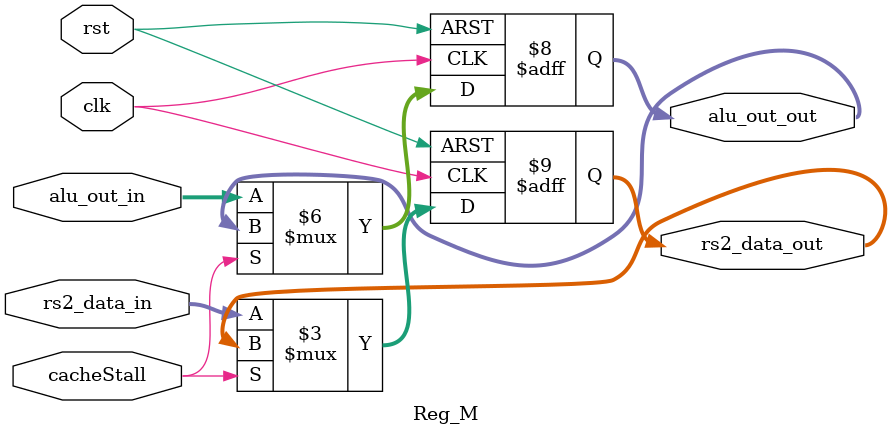
<source format=v>
module Reg_M(
input clk,
input rst,
input cacheStall,
input [31:0]alu_out_in,
input [31:0]rs2_data_in,
output reg [31:0]alu_out_out,
output reg [31:0]rs2_data_out

);

always@(posedge clk or posedge rst)begin
	if(rst) begin
		alu_out_out <= 32'b0;
		rs2_data_out <= 32'b0; 
	end
	else begin
		if(cacheStall)begin  //cache miss 5個reg都要stall 
			alu_out_out <= alu_out_out;
			rs2_data_out <= rs2_data_out;
		end
		else begin
			alu_out_out <= alu_out_in;
			rs2_data_out <= rs2_data_in;
		end
	end
end


endmodule

</source>
